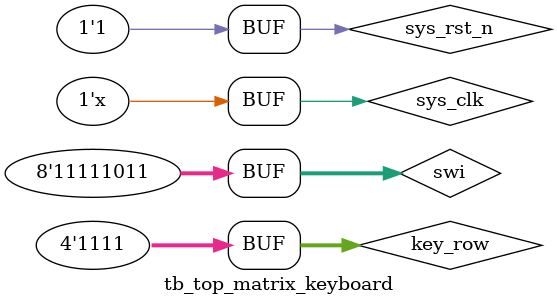
<source format=v>
`timescale 1ns/1ns
module tb_top_matrix_keyboard ();

reg         sys_clk    ;
reg         sys_rst_n  ;
reg   [3:0] key_row    ;
reg   [7:0] swi        ;
wire  [3:0] key_col    ;
wire  [3:0] sel_t      ;
wire  [7:0] seg_led_t  ;
wire  [7:0] led	       ;

//初始化系统时钟、全局复位
initial begin
        sys_clk   <= 1'b1;
        sys_rst_n <= 1'b0;      
        #40;
        sys_rst_n <= 1'b1;
end
//sys_clk:每10ns电平翻转一次，产生一个50MHz的时钟信号
always #10 sys_clk = ~sys_clk;
//矩阵键盘按键模拟
initial begin
        key_row <= 4'b1111;
        #80         //按键按下  
        key_row <= 4'b1101;
        #220        //消抖时间 此刻的延时要能与del_en的高脉冲重合
        key_row <= 4'b1111;
        #80         //扫描延迟时间
        key_row <= 4'b1111;
        #80         //扫描延迟时间
        key_row <= 4'b1101;
        #160        //按键松开
        key_row <= 4'b1111;
end
//拨码开关控制LED
initial begin
        swi <= 8'b0000_0000;
        #40
        swi <= 8'b0000_0001;
        #60
        swi <= 8'b1111_1101;
        #60
        swi <= 8'b1111_1011;

end

initial begin
$dumpvars();
$dumpfile("file.vcd");
end

top_matrix_keyboard u_top_matrix_keyboard(
        .sys_clk   (sys_clk   ),
        .sys_rst_n (sys_rst_n ),
        .key_row   (key_row   ),
        .swi       (swi       ),
        .key_col   (key_col   ),
        .sel_t     (sel_t     ),
        .seg_led_t (seg_led_t ),
        .led       (led       )
);

endmodule //tb_top_matrix_keyboard










</source>
